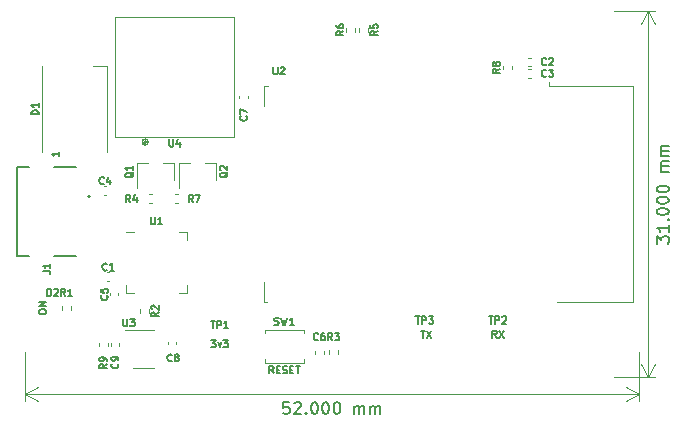
<source format=gto>
G04 #@! TF.GenerationSoftware,KiCad,Pcbnew,(5.1.9)-1*
G04 #@! TF.CreationDate,2021-04-20T13:04:08+03:00*
G04 #@! TF.ProjectId,ESP32_SCD40-D-R2,45535033-325f-4534-9344-34302d442d52,rev?*
G04 #@! TF.SameCoordinates,Original*
G04 #@! TF.FileFunction,Legend,Top*
G04 #@! TF.FilePolarity,Positive*
%FSLAX46Y46*%
G04 Gerber Fmt 4.6, Leading zero omitted, Abs format (unit mm)*
G04 Created by KiCad (PCBNEW (5.1.9)-1) date 2021-04-20 13:04:08*
%MOMM*%
%LPD*%
G01*
G04 APERTURE LIST*
%ADD10C,0.150000*%
%ADD11C,0.120000*%
%ADD12C,0.127000*%
%ADD13C,0.200000*%
%ADD14C,0.100000*%
G04 APERTURE END LIST*
D10*
X53522380Y-19690476D02*
X53522380Y-19071428D01*
X53903333Y-19404761D01*
X53903333Y-19261904D01*
X53950952Y-19166666D01*
X53998571Y-19119047D01*
X54093809Y-19071428D01*
X54331904Y-19071428D01*
X54427142Y-19119047D01*
X54474761Y-19166666D01*
X54522380Y-19261904D01*
X54522380Y-19547619D01*
X54474761Y-19642857D01*
X54427142Y-19690476D01*
X54522380Y-18119047D02*
X54522380Y-18690476D01*
X54522380Y-18404761D02*
X53522380Y-18404761D01*
X53665238Y-18500000D01*
X53760476Y-18595238D01*
X53808095Y-18690476D01*
X54427142Y-17690476D02*
X54474761Y-17642857D01*
X54522380Y-17690476D01*
X54474761Y-17738095D01*
X54427142Y-17690476D01*
X54522380Y-17690476D01*
X53522380Y-17023809D02*
X53522380Y-16928571D01*
X53570000Y-16833333D01*
X53617619Y-16785714D01*
X53712857Y-16738095D01*
X53903333Y-16690476D01*
X54141428Y-16690476D01*
X54331904Y-16738095D01*
X54427142Y-16785714D01*
X54474761Y-16833333D01*
X54522380Y-16928571D01*
X54522380Y-17023809D01*
X54474761Y-17119047D01*
X54427142Y-17166666D01*
X54331904Y-17214285D01*
X54141428Y-17261904D01*
X53903333Y-17261904D01*
X53712857Y-17214285D01*
X53617619Y-17166666D01*
X53570000Y-17119047D01*
X53522380Y-17023809D01*
X53522380Y-16071428D02*
X53522380Y-15976190D01*
X53570000Y-15880952D01*
X53617619Y-15833333D01*
X53712857Y-15785714D01*
X53903333Y-15738095D01*
X54141428Y-15738095D01*
X54331904Y-15785714D01*
X54427142Y-15833333D01*
X54474761Y-15880952D01*
X54522380Y-15976190D01*
X54522380Y-16071428D01*
X54474761Y-16166666D01*
X54427142Y-16214285D01*
X54331904Y-16261904D01*
X54141428Y-16309523D01*
X53903333Y-16309523D01*
X53712857Y-16261904D01*
X53617619Y-16214285D01*
X53570000Y-16166666D01*
X53522380Y-16071428D01*
X53522380Y-15119047D02*
X53522380Y-15023809D01*
X53570000Y-14928571D01*
X53617619Y-14880952D01*
X53712857Y-14833333D01*
X53903333Y-14785714D01*
X54141428Y-14785714D01*
X54331904Y-14833333D01*
X54427142Y-14880952D01*
X54474761Y-14928571D01*
X54522380Y-15023809D01*
X54522380Y-15119047D01*
X54474761Y-15214285D01*
X54427142Y-15261904D01*
X54331904Y-15309523D01*
X54141428Y-15357142D01*
X53903333Y-15357142D01*
X53712857Y-15309523D01*
X53617619Y-15261904D01*
X53570000Y-15214285D01*
X53522380Y-15119047D01*
X54522380Y-13595238D02*
X53855714Y-13595238D01*
X53950952Y-13595238D02*
X53903333Y-13547619D01*
X53855714Y-13452380D01*
X53855714Y-13309523D01*
X53903333Y-13214285D01*
X53998571Y-13166666D01*
X54522380Y-13166666D01*
X53998571Y-13166666D02*
X53903333Y-13119047D01*
X53855714Y-13023809D01*
X53855714Y-12880952D01*
X53903333Y-12785714D01*
X53998571Y-12738095D01*
X54522380Y-12738095D01*
X54522380Y-12261904D02*
X53855714Y-12261904D01*
X53950952Y-12261904D02*
X53903333Y-12214285D01*
X53855714Y-12119047D01*
X53855714Y-11976190D01*
X53903333Y-11880952D01*
X53998571Y-11833333D01*
X54522380Y-11833333D01*
X53998571Y-11833333D02*
X53903333Y-11785714D01*
X53855714Y-11690476D01*
X53855714Y-11547619D01*
X53903333Y-11452380D01*
X53998571Y-11404761D01*
X54522380Y-11404761D01*
D11*
X52800000Y-31000000D02*
X52800000Y0D01*
X49900000Y-31000000D02*
X53386421Y-31000000D01*
X49900000Y0D02*
X53386421Y0D01*
X52800000Y0D02*
X53386421Y-1126504D01*
X52800000Y0D02*
X52213579Y-1126504D01*
X52800000Y-31000000D02*
X53386421Y-29873496D01*
X52800000Y-31000000D02*
X52213579Y-29873496D01*
D10*
X22380952Y-33122380D02*
X21904761Y-33122380D01*
X21857142Y-33598571D01*
X21904761Y-33550952D01*
X22000000Y-33503333D01*
X22238095Y-33503333D01*
X22333333Y-33550952D01*
X22380952Y-33598571D01*
X22428571Y-33693809D01*
X22428571Y-33931904D01*
X22380952Y-34027142D01*
X22333333Y-34074761D01*
X22238095Y-34122380D01*
X22000000Y-34122380D01*
X21904761Y-34074761D01*
X21857142Y-34027142D01*
X22809523Y-33217619D02*
X22857142Y-33170000D01*
X22952380Y-33122380D01*
X23190476Y-33122380D01*
X23285714Y-33170000D01*
X23333333Y-33217619D01*
X23380952Y-33312857D01*
X23380952Y-33408095D01*
X23333333Y-33550952D01*
X22761904Y-34122380D01*
X23380952Y-34122380D01*
X23809523Y-34027142D02*
X23857142Y-34074761D01*
X23809523Y-34122380D01*
X23761904Y-34074761D01*
X23809523Y-34027142D01*
X23809523Y-34122380D01*
X24476190Y-33122380D02*
X24571428Y-33122380D01*
X24666666Y-33170000D01*
X24714285Y-33217619D01*
X24761904Y-33312857D01*
X24809523Y-33503333D01*
X24809523Y-33741428D01*
X24761904Y-33931904D01*
X24714285Y-34027142D01*
X24666666Y-34074761D01*
X24571428Y-34122380D01*
X24476190Y-34122380D01*
X24380952Y-34074761D01*
X24333333Y-34027142D01*
X24285714Y-33931904D01*
X24238095Y-33741428D01*
X24238095Y-33503333D01*
X24285714Y-33312857D01*
X24333333Y-33217619D01*
X24380952Y-33170000D01*
X24476190Y-33122380D01*
X25428571Y-33122380D02*
X25523809Y-33122380D01*
X25619047Y-33170000D01*
X25666666Y-33217619D01*
X25714285Y-33312857D01*
X25761904Y-33503333D01*
X25761904Y-33741428D01*
X25714285Y-33931904D01*
X25666666Y-34027142D01*
X25619047Y-34074761D01*
X25523809Y-34122380D01*
X25428571Y-34122380D01*
X25333333Y-34074761D01*
X25285714Y-34027142D01*
X25238095Y-33931904D01*
X25190476Y-33741428D01*
X25190476Y-33503333D01*
X25238095Y-33312857D01*
X25285714Y-33217619D01*
X25333333Y-33170000D01*
X25428571Y-33122380D01*
X26380952Y-33122380D02*
X26476190Y-33122380D01*
X26571428Y-33170000D01*
X26619047Y-33217619D01*
X26666666Y-33312857D01*
X26714285Y-33503333D01*
X26714285Y-33741428D01*
X26666666Y-33931904D01*
X26619047Y-34027142D01*
X26571428Y-34074761D01*
X26476190Y-34122380D01*
X26380952Y-34122380D01*
X26285714Y-34074761D01*
X26238095Y-34027142D01*
X26190476Y-33931904D01*
X26142857Y-33741428D01*
X26142857Y-33503333D01*
X26190476Y-33312857D01*
X26238095Y-33217619D01*
X26285714Y-33170000D01*
X26380952Y-33122380D01*
X27904761Y-34122380D02*
X27904761Y-33455714D01*
X27904761Y-33550952D02*
X27952380Y-33503333D01*
X28047619Y-33455714D01*
X28190476Y-33455714D01*
X28285714Y-33503333D01*
X28333333Y-33598571D01*
X28333333Y-34122380D01*
X28333333Y-33598571D02*
X28380952Y-33503333D01*
X28476190Y-33455714D01*
X28619047Y-33455714D01*
X28714285Y-33503333D01*
X28761904Y-33598571D01*
X28761904Y-34122380D01*
X29238095Y-34122380D02*
X29238095Y-33455714D01*
X29238095Y-33550952D02*
X29285714Y-33503333D01*
X29380952Y-33455714D01*
X29523809Y-33455714D01*
X29619047Y-33503333D01*
X29666666Y-33598571D01*
X29666666Y-34122380D01*
X29666666Y-33598571D02*
X29714285Y-33503333D01*
X29809523Y-33455714D01*
X29952380Y-33455714D01*
X30047619Y-33503333D01*
X30095238Y-33598571D01*
X30095238Y-34122380D01*
D11*
X0Y-32400000D02*
X52000000Y-32400000D01*
X0Y-28900000D02*
X0Y-32986421D01*
X52000000Y-28900000D02*
X52000000Y-32986421D01*
X52000000Y-32400000D02*
X50873496Y-32986421D01*
X52000000Y-32400000D02*
X50873496Y-31813579D01*
X0Y-32400000D02*
X1126504Y-32986421D01*
X0Y-32400000D02*
X1126504Y-31813579D01*
G04 #@! TO.C,U2*
X44420000Y-6390000D02*
X44420000Y-6000000D01*
X45080000Y-24630000D02*
X51500000Y-24630000D01*
X44420000Y-6390000D02*
X51500000Y-6375000D01*
X51500000Y-6375000D02*
X51500000Y-24630000D01*
X20510000Y-24620000D02*
X20250000Y-24620000D01*
X20250000Y-24620000D02*
X20250000Y-22960000D01*
X20610000Y-6380000D02*
X20250000Y-6380000D01*
X20250000Y-6380000D02*
X20250000Y-8040000D01*
G04 #@! TO.C,U4*
X10482843Y-11100000D02*
G75*
G03*
X10482843Y-11100000I-282843J0D01*
G01*
X10300000Y-11100000D02*
G75*
G03*
X10300000Y-11100000I-100000J0D01*
G01*
X10341421Y-11100000D02*
G75*
G03*
X10341421Y-11100000I-141421J0D01*
G01*
X10423607Y-11100000D02*
G75*
G03*
X10423607Y-11100000I-223607J0D01*
G01*
X7650000Y-10650000D02*
X17750000Y-10650000D01*
X7650000Y-550000D02*
X7650000Y-10650000D01*
X17750000Y-550000D02*
X7650000Y-550000D01*
X17750000Y-10650000D02*
X17750000Y-550000D01*
G04 #@! TO.C,U3*
X10950000Y-26990000D02*
X8500000Y-26990000D01*
X9150000Y-30210000D02*
X10950000Y-30210000D01*
G04 #@! TO.C,U1*
X9265000Y-18690000D02*
X8540000Y-18690000D01*
X13760000Y-23910000D02*
X13760000Y-23185000D01*
X13035000Y-23910000D02*
X13760000Y-23910000D01*
X8540000Y-23910000D02*
X8540000Y-23185000D01*
X9265000Y-23910000D02*
X8540000Y-23910000D01*
X13760000Y-18690000D02*
X13760000Y-19415000D01*
X13035000Y-18690000D02*
X13760000Y-18690000D01*
G04 #@! TO.C,SW1*
X23600000Y-27000000D02*
X23600000Y-27300000D01*
X20300000Y-27000000D02*
X23600000Y-27000000D01*
X20300000Y-27300000D02*
X20300000Y-27000000D01*
X23600000Y-29800000D02*
X23600000Y-29500000D01*
X20300000Y-29800000D02*
X23600000Y-29800000D01*
X20300000Y-29500000D02*
X20300000Y-29800000D01*
G04 #@! TO.C,R9*
X6270000Y-28096359D02*
X6270000Y-28403641D01*
X7030000Y-28096359D02*
X7030000Y-28403641D01*
G04 #@! TO.C,R8*
X41230000Y-4943641D02*
X41230000Y-4636359D01*
X40470000Y-4943641D02*
X40470000Y-4636359D01*
G04 #@! TO.C,R7*
X12993641Y-15520000D02*
X12686359Y-15520000D01*
X12993641Y-16280000D02*
X12686359Y-16280000D01*
G04 #@! TO.C,R6*
X27980000Y-1753641D02*
X27980000Y-1446359D01*
X27220000Y-1753641D02*
X27220000Y-1446359D01*
G04 #@! TO.C,R5*
X29080000Y-1743641D02*
X29080000Y-1436359D01*
X28320000Y-1743641D02*
X28320000Y-1436359D01*
G04 #@! TO.C,R4*
X10496359Y-16280000D02*
X10803641Y-16280000D01*
X10496359Y-15520000D02*
X10803641Y-15520000D01*
G04 #@! TO.C,R3*
X25770000Y-28746359D02*
X25770000Y-29053641D01*
X26530000Y-28746359D02*
X26530000Y-29053641D01*
G04 #@! TO.C,R2*
X9770000Y-25246359D02*
X9770000Y-25553641D01*
X10530000Y-25246359D02*
X10530000Y-25553641D01*
G04 #@! TO.C,R1*
X3930000Y-25303641D02*
X3930000Y-24996359D01*
X3170000Y-25303641D02*
X3170000Y-24996359D01*
G04 #@! TO.C,Q2*
X16230000Y-12840000D02*
X16230000Y-14300000D01*
X13070000Y-12840000D02*
X13070000Y-15000000D01*
X13070000Y-12840000D02*
X14000000Y-12840000D01*
X16230000Y-12840000D02*
X15300000Y-12840000D01*
G04 #@! TO.C,Q1*
X12630000Y-12840000D02*
X12630000Y-14300000D01*
X9470000Y-12840000D02*
X9470000Y-15000000D01*
X9470000Y-12840000D02*
X10400000Y-12840000D01*
X12630000Y-12840000D02*
X11700000Y-12840000D01*
D12*
G04 #@! TO.C,J1*
X-650000Y-13250000D02*
X400000Y-13250000D01*
X-650000Y-20750000D02*
X-650000Y-13250000D01*
X400000Y-20750000D02*
X-650000Y-20750000D01*
D13*
X5550000Y-15700000D02*
G75*
G03*
X5550000Y-15700000I-100000J0D01*
G01*
D12*
X4350000Y-20750000D02*
X2500000Y-20750000D01*
X2500000Y-13250000D02*
X4350000Y-13250000D01*
D14*
G04 #@! TO.C,D2*
X2400000Y-26240000D02*
G75*
G03*
X2400000Y-26240000I-50000J0D01*
G01*
D11*
G04 #@! TO.C,D1*
X6950000Y-4650000D02*
X5800000Y-4650000D01*
X6950000Y-11950000D02*
X6950000Y-4650000D01*
X1450000Y-11950000D02*
X1450000Y-4650000D01*
G04 #@! TO.C,C9*
X7290000Y-28142164D02*
X7290000Y-28357836D01*
X8010000Y-28142164D02*
X8010000Y-28357836D01*
G04 #@! TO.C,C8*
X12090000Y-27992164D02*
X12090000Y-28207836D01*
X12810000Y-27992164D02*
X12810000Y-28207836D01*
G04 #@! TO.C,C7*
X18860000Y-7407836D02*
X18860000Y-7192164D01*
X18140000Y-7407836D02*
X18140000Y-7192164D01*
G04 #@! TO.C,C6*
X24590000Y-28792164D02*
X24590000Y-29007836D01*
X25310000Y-28792164D02*
X25310000Y-29007836D01*
G04 #@! TO.C,C5*
X7190000Y-23872164D02*
X7190000Y-24087836D01*
X7910000Y-23872164D02*
X7910000Y-24087836D01*
G04 #@! TO.C,C4*
X6692164Y-15560000D02*
X6907836Y-15560000D01*
X6692164Y-14840000D02*
X6907836Y-14840000D01*
G04 #@! TO.C,C3*
X42642164Y-5660000D02*
X42857836Y-5660000D01*
X42642164Y-4940000D02*
X42857836Y-4940000D01*
G04 #@! TO.C,C2*
X42622164Y-4660000D02*
X42837836Y-4660000D01*
X42622164Y-3940000D02*
X42837836Y-3940000D01*
G04 #@! TO.C,C1*
X6942164Y-22860000D02*
X7157836Y-22860000D01*
X6942164Y-22140000D02*
X7157836Y-22140000D01*
G04 #@! TO.C,U2*
D10*
X21055542Y-4756171D02*
X21055542Y-5249657D01*
X21084571Y-5307714D01*
X21113600Y-5336742D01*
X21171657Y-5365771D01*
X21287771Y-5365771D01*
X21345828Y-5336742D01*
X21374857Y-5307714D01*
X21403885Y-5249657D01*
X21403885Y-4756171D01*
X21665142Y-4814228D02*
X21694171Y-4785200D01*
X21752228Y-4756171D01*
X21897371Y-4756171D01*
X21955428Y-4785200D01*
X21984457Y-4814228D01*
X22013485Y-4872285D01*
X22013485Y-4930342D01*
X21984457Y-5017428D01*
X21636114Y-5365771D01*
X22013485Y-5365771D01*
G04 #@! TO.C,U4*
X12235542Y-10866171D02*
X12235542Y-11359657D01*
X12264571Y-11417714D01*
X12293600Y-11446742D01*
X12351657Y-11475771D01*
X12467771Y-11475771D01*
X12525828Y-11446742D01*
X12554857Y-11417714D01*
X12583885Y-11359657D01*
X12583885Y-10866171D01*
X13135428Y-11069371D02*
X13135428Y-11475771D01*
X12990285Y-10837142D02*
X12845142Y-11272571D01*
X13222514Y-11272571D01*
G04 #@! TO.C,U3*
X8335542Y-26066171D02*
X8335542Y-26559657D01*
X8364571Y-26617714D01*
X8393600Y-26646742D01*
X8451657Y-26675771D01*
X8567771Y-26675771D01*
X8625828Y-26646742D01*
X8654857Y-26617714D01*
X8683885Y-26559657D01*
X8683885Y-26066171D01*
X8916114Y-26066171D02*
X9293485Y-26066171D01*
X9090285Y-26298400D01*
X9177371Y-26298400D01*
X9235428Y-26327428D01*
X9264457Y-26356457D01*
X9293485Y-26414514D01*
X9293485Y-26559657D01*
X9264457Y-26617714D01*
X9235428Y-26646742D01*
X9177371Y-26675771D01*
X9003200Y-26675771D01*
X8945142Y-26646742D01*
X8916114Y-26617714D01*
G04 #@! TO.C,U1*
X10685542Y-17466171D02*
X10685542Y-17959657D01*
X10714571Y-18017714D01*
X10743600Y-18046742D01*
X10801657Y-18075771D01*
X10917771Y-18075771D01*
X10975828Y-18046742D01*
X11004857Y-18017714D01*
X11033885Y-17959657D01*
X11033885Y-17466171D01*
X11643485Y-18075771D02*
X11295142Y-18075771D01*
X11469314Y-18075771D02*
X11469314Y-17466171D01*
X11411257Y-17553257D01*
X11353200Y-17611314D01*
X11295142Y-17640342D01*
G04 #@! TO.C,TP3*
D12*
X33080742Y-25866171D02*
X33429085Y-25866171D01*
X33254914Y-26475771D02*
X33254914Y-25866171D01*
X33632285Y-26475771D02*
X33632285Y-25866171D01*
X33864514Y-25866171D01*
X33922571Y-25895200D01*
X33951600Y-25924228D01*
X33980628Y-25982285D01*
X33980628Y-26069371D01*
X33951600Y-26127428D01*
X33922571Y-26156457D01*
X33864514Y-26185485D01*
X33632285Y-26185485D01*
X34183828Y-25866171D02*
X34561200Y-25866171D01*
X34358000Y-26098400D01*
X34445085Y-26098400D01*
X34503142Y-26127428D01*
X34532171Y-26156457D01*
X34561200Y-26214514D01*
X34561200Y-26359657D01*
X34532171Y-26417714D01*
X34503142Y-26446742D01*
X34445085Y-26475771D01*
X34270914Y-26475771D01*
X34212857Y-26446742D01*
X34183828Y-26417714D01*
X33535542Y-27116171D02*
X33883885Y-27116171D01*
X33709714Y-27725771D02*
X33709714Y-27116171D01*
X34029028Y-27116171D02*
X34435428Y-27725771D01*
X34435428Y-27116171D02*
X34029028Y-27725771D01*
G04 #@! TO.C,TP2*
X39280742Y-25866171D02*
X39629085Y-25866171D01*
X39454914Y-26475771D02*
X39454914Y-25866171D01*
X39832285Y-26475771D02*
X39832285Y-25866171D01*
X40064514Y-25866171D01*
X40122571Y-25895200D01*
X40151600Y-25924228D01*
X40180628Y-25982285D01*
X40180628Y-26069371D01*
X40151600Y-26127428D01*
X40122571Y-26156457D01*
X40064514Y-26185485D01*
X39832285Y-26185485D01*
X40412857Y-25924228D02*
X40441885Y-25895200D01*
X40499942Y-25866171D01*
X40645085Y-25866171D01*
X40703142Y-25895200D01*
X40732171Y-25924228D01*
X40761200Y-25982285D01*
X40761200Y-26040342D01*
X40732171Y-26127428D01*
X40383828Y-26475771D01*
X40761200Y-26475771D01*
X39948400Y-27675771D02*
X39745200Y-27385485D01*
X39600057Y-27675771D02*
X39600057Y-27066171D01*
X39832285Y-27066171D01*
X39890342Y-27095200D01*
X39919371Y-27124228D01*
X39948400Y-27182285D01*
X39948400Y-27269371D01*
X39919371Y-27327428D01*
X39890342Y-27356457D01*
X39832285Y-27385485D01*
X39600057Y-27385485D01*
X40151600Y-27066171D02*
X40558000Y-27675771D01*
X40558000Y-27066171D02*
X40151600Y-27675771D01*
G04 #@! TO.C,TP1*
X15730742Y-26266171D02*
X16079085Y-26266171D01*
X15904914Y-26875771D02*
X15904914Y-26266171D01*
X16282285Y-26875771D02*
X16282285Y-26266171D01*
X16514514Y-26266171D01*
X16572571Y-26295200D01*
X16601600Y-26324228D01*
X16630628Y-26382285D01*
X16630628Y-26469371D01*
X16601600Y-26527428D01*
X16572571Y-26556457D01*
X16514514Y-26585485D01*
X16282285Y-26585485D01*
X17211200Y-26875771D02*
X16862857Y-26875771D01*
X17037028Y-26875771D02*
X17037028Y-26266171D01*
X16978971Y-26353257D01*
X16920914Y-26411314D01*
X16862857Y-26440342D01*
X15774285Y-27866171D02*
X16151657Y-27866171D01*
X15948457Y-28098400D01*
X16035542Y-28098400D01*
X16093600Y-28127428D01*
X16122628Y-28156457D01*
X16151657Y-28214514D01*
X16151657Y-28359657D01*
X16122628Y-28417714D01*
X16093600Y-28446742D01*
X16035542Y-28475771D01*
X15861371Y-28475771D01*
X15803314Y-28446742D01*
X15774285Y-28417714D01*
X16354857Y-28069371D02*
X16500000Y-28475771D01*
X16645142Y-28069371D01*
X16819314Y-27866171D02*
X17196685Y-27866171D01*
X16993485Y-28098400D01*
X17080571Y-28098400D01*
X17138628Y-28127428D01*
X17167657Y-28156457D01*
X17196685Y-28214514D01*
X17196685Y-28359657D01*
X17167657Y-28417714D01*
X17138628Y-28446742D01*
X17080571Y-28475771D01*
X16906400Y-28475771D01*
X16848342Y-28446742D01*
X16819314Y-28417714D01*
G04 #@! TO.C,SW1*
D10*
X21137200Y-26546742D02*
X21224285Y-26575771D01*
X21369428Y-26575771D01*
X21427485Y-26546742D01*
X21456514Y-26517714D01*
X21485542Y-26459657D01*
X21485542Y-26401600D01*
X21456514Y-26343542D01*
X21427485Y-26314514D01*
X21369428Y-26285485D01*
X21253314Y-26256457D01*
X21195257Y-26227428D01*
X21166228Y-26198400D01*
X21137200Y-26140342D01*
X21137200Y-26082285D01*
X21166228Y-26024228D01*
X21195257Y-25995200D01*
X21253314Y-25966171D01*
X21398457Y-25966171D01*
X21485542Y-25995200D01*
X21688742Y-25966171D02*
X21833885Y-26575771D01*
X21950000Y-26140342D01*
X22066114Y-26575771D01*
X22211257Y-25966171D01*
X22762800Y-26575771D02*
X22414457Y-26575771D01*
X22588628Y-26575771D02*
X22588628Y-25966171D01*
X22530571Y-26053257D01*
X22472514Y-26111314D01*
X22414457Y-26140342D01*
X21064628Y-30675771D02*
X20861428Y-30385485D01*
X20716285Y-30675771D02*
X20716285Y-30066171D01*
X20948514Y-30066171D01*
X21006571Y-30095200D01*
X21035600Y-30124228D01*
X21064628Y-30182285D01*
X21064628Y-30269371D01*
X21035600Y-30327428D01*
X21006571Y-30356457D01*
X20948514Y-30385485D01*
X20716285Y-30385485D01*
X21325885Y-30356457D02*
X21529085Y-30356457D01*
X21616171Y-30675771D02*
X21325885Y-30675771D01*
X21325885Y-30066171D01*
X21616171Y-30066171D01*
X21848400Y-30646742D02*
X21935485Y-30675771D01*
X22080628Y-30675771D01*
X22138685Y-30646742D01*
X22167714Y-30617714D01*
X22196742Y-30559657D01*
X22196742Y-30501600D01*
X22167714Y-30443542D01*
X22138685Y-30414514D01*
X22080628Y-30385485D01*
X21964514Y-30356457D01*
X21906457Y-30327428D01*
X21877428Y-30298400D01*
X21848400Y-30240342D01*
X21848400Y-30182285D01*
X21877428Y-30124228D01*
X21906457Y-30095200D01*
X21964514Y-30066171D01*
X22109657Y-30066171D01*
X22196742Y-30095200D01*
X22458000Y-30356457D02*
X22661200Y-30356457D01*
X22748285Y-30675771D02*
X22458000Y-30675771D01*
X22458000Y-30066171D01*
X22748285Y-30066171D01*
X22922457Y-30066171D02*
X23270800Y-30066171D01*
X23096628Y-30675771D02*
X23096628Y-30066171D01*
G04 #@! TO.C,R9*
X6925771Y-29901600D02*
X6635485Y-30104800D01*
X6925771Y-30249942D02*
X6316171Y-30249942D01*
X6316171Y-30017714D01*
X6345200Y-29959657D01*
X6374228Y-29930628D01*
X6432285Y-29901600D01*
X6519371Y-29901600D01*
X6577428Y-29930628D01*
X6606457Y-29959657D01*
X6635485Y-30017714D01*
X6635485Y-30249942D01*
X6925771Y-29611314D02*
X6925771Y-29495200D01*
X6896742Y-29437142D01*
X6867714Y-29408114D01*
X6780628Y-29350057D01*
X6664514Y-29321028D01*
X6432285Y-29321028D01*
X6374228Y-29350057D01*
X6345200Y-29379085D01*
X6316171Y-29437142D01*
X6316171Y-29553257D01*
X6345200Y-29611314D01*
X6374228Y-29640342D01*
X6432285Y-29669371D01*
X6577428Y-29669371D01*
X6635485Y-29640342D01*
X6664514Y-29611314D01*
X6693542Y-29553257D01*
X6693542Y-29437142D01*
X6664514Y-29379085D01*
X6635485Y-29350057D01*
X6577428Y-29321028D01*
G04 #@! TO.C,R8*
X40225771Y-4901600D02*
X39935485Y-5104800D01*
X40225771Y-5249942D02*
X39616171Y-5249942D01*
X39616171Y-5017714D01*
X39645200Y-4959657D01*
X39674228Y-4930628D01*
X39732285Y-4901600D01*
X39819371Y-4901600D01*
X39877428Y-4930628D01*
X39906457Y-4959657D01*
X39935485Y-5017714D01*
X39935485Y-5249942D01*
X39877428Y-4553257D02*
X39848400Y-4611314D01*
X39819371Y-4640342D01*
X39761314Y-4669371D01*
X39732285Y-4669371D01*
X39674228Y-4640342D01*
X39645200Y-4611314D01*
X39616171Y-4553257D01*
X39616171Y-4437142D01*
X39645200Y-4379085D01*
X39674228Y-4350057D01*
X39732285Y-4321028D01*
X39761314Y-4321028D01*
X39819371Y-4350057D01*
X39848400Y-4379085D01*
X39877428Y-4437142D01*
X39877428Y-4553257D01*
X39906457Y-4611314D01*
X39935485Y-4640342D01*
X39993542Y-4669371D01*
X40109657Y-4669371D01*
X40167714Y-4640342D01*
X40196742Y-4611314D01*
X40225771Y-4553257D01*
X40225771Y-4437142D01*
X40196742Y-4379085D01*
X40167714Y-4350057D01*
X40109657Y-4321028D01*
X39993542Y-4321028D01*
X39935485Y-4350057D01*
X39906457Y-4379085D01*
X39877428Y-4437142D01*
G04 #@! TO.C,R7*
X14248400Y-16175771D02*
X14045200Y-15885485D01*
X13900057Y-16175771D02*
X13900057Y-15566171D01*
X14132285Y-15566171D01*
X14190342Y-15595200D01*
X14219371Y-15624228D01*
X14248400Y-15682285D01*
X14248400Y-15769371D01*
X14219371Y-15827428D01*
X14190342Y-15856457D01*
X14132285Y-15885485D01*
X13900057Y-15885485D01*
X14451600Y-15566171D02*
X14858000Y-15566171D01*
X14596742Y-16175771D01*
G04 #@! TO.C,R6*
X26975771Y-1701600D02*
X26685485Y-1904800D01*
X26975771Y-2049942D02*
X26366171Y-2049942D01*
X26366171Y-1817714D01*
X26395200Y-1759657D01*
X26424228Y-1730628D01*
X26482285Y-1701600D01*
X26569371Y-1701600D01*
X26627428Y-1730628D01*
X26656457Y-1759657D01*
X26685485Y-1817714D01*
X26685485Y-2049942D01*
X26366171Y-1179085D02*
X26366171Y-1295200D01*
X26395200Y-1353257D01*
X26424228Y-1382285D01*
X26511314Y-1440342D01*
X26627428Y-1469371D01*
X26859657Y-1469371D01*
X26917714Y-1440342D01*
X26946742Y-1411314D01*
X26975771Y-1353257D01*
X26975771Y-1237142D01*
X26946742Y-1179085D01*
X26917714Y-1150057D01*
X26859657Y-1121028D01*
X26714514Y-1121028D01*
X26656457Y-1150057D01*
X26627428Y-1179085D01*
X26598400Y-1237142D01*
X26598400Y-1353257D01*
X26627428Y-1411314D01*
X26656457Y-1440342D01*
X26714514Y-1469371D01*
G04 #@! TO.C,R5*
X29875771Y-1701600D02*
X29585485Y-1904800D01*
X29875771Y-2049942D02*
X29266171Y-2049942D01*
X29266171Y-1817714D01*
X29295200Y-1759657D01*
X29324228Y-1730628D01*
X29382285Y-1701600D01*
X29469371Y-1701600D01*
X29527428Y-1730628D01*
X29556457Y-1759657D01*
X29585485Y-1817714D01*
X29585485Y-2049942D01*
X29266171Y-1150057D02*
X29266171Y-1440342D01*
X29556457Y-1469371D01*
X29527428Y-1440342D01*
X29498400Y-1382285D01*
X29498400Y-1237142D01*
X29527428Y-1179085D01*
X29556457Y-1150057D01*
X29614514Y-1121028D01*
X29759657Y-1121028D01*
X29817714Y-1150057D01*
X29846742Y-1179085D01*
X29875771Y-1237142D01*
X29875771Y-1382285D01*
X29846742Y-1440342D01*
X29817714Y-1469371D01*
G04 #@! TO.C,R4*
X8948400Y-16175771D02*
X8745200Y-15885485D01*
X8600057Y-16175771D02*
X8600057Y-15566171D01*
X8832285Y-15566171D01*
X8890342Y-15595200D01*
X8919371Y-15624228D01*
X8948400Y-15682285D01*
X8948400Y-15769371D01*
X8919371Y-15827428D01*
X8890342Y-15856457D01*
X8832285Y-15885485D01*
X8600057Y-15885485D01*
X9470914Y-15769371D02*
X9470914Y-16175771D01*
X9325771Y-15537142D02*
X9180628Y-15972571D01*
X9558000Y-15972571D01*
G04 #@! TO.C,R3*
X26048400Y-27875771D02*
X25845200Y-27585485D01*
X25700057Y-27875771D02*
X25700057Y-27266171D01*
X25932285Y-27266171D01*
X25990342Y-27295200D01*
X26019371Y-27324228D01*
X26048400Y-27382285D01*
X26048400Y-27469371D01*
X26019371Y-27527428D01*
X25990342Y-27556457D01*
X25932285Y-27585485D01*
X25700057Y-27585485D01*
X26251600Y-27266171D02*
X26628971Y-27266171D01*
X26425771Y-27498400D01*
X26512857Y-27498400D01*
X26570914Y-27527428D01*
X26599942Y-27556457D01*
X26628971Y-27614514D01*
X26628971Y-27759657D01*
X26599942Y-27817714D01*
X26570914Y-27846742D01*
X26512857Y-27875771D01*
X26338685Y-27875771D01*
X26280628Y-27846742D01*
X26251600Y-27817714D01*
G04 #@! TO.C,R2*
X11325771Y-25501600D02*
X11035485Y-25704800D01*
X11325771Y-25849942D02*
X10716171Y-25849942D01*
X10716171Y-25617714D01*
X10745200Y-25559657D01*
X10774228Y-25530628D01*
X10832285Y-25501600D01*
X10919371Y-25501600D01*
X10977428Y-25530628D01*
X11006457Y-25559657D01*
X11035485Y-25617714D01*
X11035485Y-25849942D01*
X10774228Y-25269371D02*
X10745200Y-25240342D01*
X10716171Y-25182285D01*
X10716171Y-25037142D01*
X10745200Y-24979085D01*
X10774228Y-24950057D01*
X10832285Y-24921028D01*
X10890342Y-24921028D01*
X10977428Y-24950057D01*
X11325771Y-25298400D01*
X11325771Y-24921028D01*
G04 #@! TO.C,R1*
X3448400Y-24125771D02*
X3245200Y-23835485D01*
X3100057Y-24125771D02*
X3100057Y-23516171D01*
X3332285Y-23516171D01*
X3390342Y-23545200D01*
X3419371Y-23574228D01*
X3448400Y-23632285D01*
X3448400Y-23719371D01*
X3419371Y-23777428D01*
X3390342Y-23806457D01*
X3332285Y-23835485D01*
X3100057Y-23835485D01*
X4028971Y-24125771D02*
X3680628Y-24125771D01*
X3854800Y-24125771D02*
X3854800Y-23516171D01*
X3796742Y-23603257D01*
X3738685Y-23661314D01*
X3680628Y-23690342D01*
G04 #@! TO.C,Q2*
X17183828Y-13658057D02*
X17154800Y-13716114D01*
X17096742Y-13774171D01*
X17009657Y-13861257D01*
X16980628Y-13919314D01*
X16980628Y-13977371D01*
X17125771Y-13948342D02*
X17096742Y-14006400D01*
X17038685Y-14064457D01*
X16922571Y-14093485D01*
X16719371Y-14093485D01*
X16603257Y-14064457D01*
X16545200Y-14006400D01*
X16516171Y-13948342D01*
X16516171Y-13832228D01*
X16545200Y-13774171D01*
X16603257Y-13716114D01*
X16719371Y-13687085D01*
X16922571Y-13687085D01*
X17038685Y-13716114D01*
X17096742Y-13774171D01*
X17125771Y-13832228D01*
X17125771Y-13948342D01*
X16574228Y-13454857D02*
X16545200Y-13425828D01*
X16516171Y-13367771D01*
X16516171Y-13222628D01*
X16545200Y-13164571D01*
X16574228Y-13135542D01*
X16632285Y-13106514D01*
X16690342Y-13106514D01*
X16777428Y-13135542D01*
X17125771Y-13483885D01*
X17125771Y-13106514D01*
G04 #@! TO.C,Q1*
X9183828Y-13658057D02*
X9154800Y-13716114D01*
X9096742Y-13774171D01*
X9009657Y-13861257D01*
X8980628Y-13919314D01*
X8980628Y-13977371D01*
X9125771Y-13948342D02*
X9096742Y-14006400D01*
X9038685Y-14064457D01*
X8922571Y-14093485D01*
X8719371Y-14093485D01*
X8603257Y-14064457D01*
X8545200Y-14006400D01*
X8516171Y-13948342D01*
X8516171Y-13832228D01*
X8545200Y-13774171D01*
X8603257Y-13716114D01*
X8719371Y-13687085D01*
X8922571Y-13687085D01*
X9038685Y-13716114D01*
X9096742Y-13774171D01*
X9125771Y-13832228D01*
X9125771Y-13948342D01*
X9125771Y-13106514D02*
X9125771Y-13454857D01*
X9125771Y-13280685D02*
X8516171Y-13280685D01*
X8603257Y-13338742D01*
X8661314Y-13396800D01*
X8690342Y-13454857D01*
G04 #@! TO.C,J1*
X1566171Y-22003200D02*
X2001600Y-22003200D01*
X2088685Y-22032228D01*
X2146742Y-22090285D01*
X2175771Y-22177371D01*
X2175771Y-22235428D01*
X2175771Y-21393600D02*
X2175771Y-21741942D01*
X2175771Y-21567771D02*
X1566171Y-21567771D01*
X1653257Y-21625828D01*
X1711314Y-21683885D01*
X1740342Y-21741942D01*
G04 #@! TO.C,D2*
X1900057Y-24125771D02*
X1900057Y-23516171D01*
X2045200Y-23516171D01*
X2132285Y-23545200D01*
X2190342Y-23603257D01*
X2219371Y-23661314D01*
X2248400Y-23777428D01*
X2248400Y-23864514D01*
X2219371Y-23980628D01*
X2190342Y-24038685D01*
X2132285Y-24096742D01*
X2045200Y-24125771D01*
X1900057Y-24125771D01*
X2480628Y-23574228D02*
X2509657Y-23545200D01*
X2567714Y-23516171D01*
X2712857Y-23516171D01*
X2770914Y-23545200D01*
X2799942Y-23574228D01*
X2828971Y-23632285D01*
X2828971Y-23690342D01*
X2799942Y-23777428D01*
X2451600Y-24125771D01*
X2828971Y-24125771D01*
X1216171Y-25527371D02*
X1216171Y-25411257D01*
X1245200Y-25353200D01*
X1303257Y-25295142D01*
X1419371Y-25266114D01*
X1622571Y-25266114D01*
X1738685Y-25295142D01*
X1796742Y-25353200D01*
X1825771Y-25411257D01*
X1825771Y-25527371D01*
X1796742Y-25585428D01*
X1738685Y-25643485D01*
X1622571Y-25672514D01*
X1419371Y-25672514D01*
X1303257Y-25643485D01*
X1245200Y-25585428D01*
X1216171Y-25527371D01*
X1825771Y-25004857D02*
X1216171Y-25004857D01*
X1825771Y-24656514D01*
X1216171Y-24656514D01*
G04 #@! TO.C,D1*
X1175771Y-8749942D02*
X566171Y-8749942D01*
X566171Y-8604800D01*
X595200Y-8517714D01*
X653257Y-8459657D01*
X711314Y-8430628D01*
X827428Y-8401600D01*
X914514Y-8401600D01*
X1030628Y-8430628D01*
X1088685Y-8459657D01*
X1146742Y-8517714D01*
X1175771Y-8604800D01*
X1175771Y-8749942D01*
X1175771Y-7821028D02*
X1175771Y-8169371D01*
X1175771Y-7995200D02*
X566171Y-7995200D01*
X653257Y-8053257D01*
X711314Y-8111314D01*
X740342Y-8169371D01*
X2875771Y-11925828D02*
X2875771Y-12274171D01*
X2875771Y-12100000D02*
X2266171Y-12100000D01*
X2353257Y-12158057D01*
X2411314Y-12216114D01*
X2440342Y-12274171D01*
G04 #@! TO.C,C9*
X7867714Y-29851600D02*
X7896742Y-29880628D01*
X7925771Y-29967714D01*
X7925771Y-30025771D01*
X7896742Y-30112857D01*
X7838685Y-30170914D01*
X7780628Y-30199942D01*
X7664514Y-30228971D01*
X7577428Y-30228971D01*
X7461314Y-30199942D01*
X7403257Y-30170914D01*
X7345200Y-30112857D01*
X7316171Y-30025771D01*
X7316171Y-29967714D01*
X7345200Y-29880628D01*
X7374228Y-29851600D01*
X7925771Y-29561314D02*
X7925771Y-29445200D01*
X7896742Y-29387142D01*
X7867714Y-29358114D01*
X7780628Y-29300057D01*
X7664514Y-29271028D01*
X7432285Y-29271028D01*
X7374228Y-29300057D01*
X7345200Y-29329085D01*
X7316171Y-29387142D01*
X7316171Y-29503257D01*
X7345200Y-29561314D01*
X7374228Y-29590342D01*
X7432285Y-29619371D01*
X7577428Y-29619371D01*
X7635485Y-29590342D01*
X7664514Y-29561314D01*
X7693542Y-29503257D01*
X7693542Y-29387142D01*
X7664514Y-29329085D01*
X7635485Y-29300057D01*
X7577428Y-29271028D01*
G04 #@! TO.C,C8*
X12448400Y-29617714D02*
X12419371Y-29646742D01*
X12332285Y-29675771D01*
X12274228Y-29675771D01*
X12187142Y-29646742D01*
X12129085Y-29588685D01*
X12100057Y-29530628D01*
X12071028Y-29414514D01*
X12071028Y-29327428D01*
X12100057Y-29211314D01*
X12129085Y-29153257D01*
X12187142Y-29095200D01*
X12274228Y-29066171D01*
X12332285Y-29066171D01*
X12419371Y-29095200D01*
X12448400Y-29124228D01*
X12796742Y-29327428D02*
X12738685Y-29298400D01*
X12709657Y-29269371D01*
X12680628Y-29211314D01*
X12680628Y-29182285D01*
X12709657Y-29124228D01*
X12738685Y-29095200D01*
X12796742Y-29066171D01*
X12912857Y-29066171D01*
X12970914Y-29095200D01*
X12999942Y-29124228D01*
X13028971Y-29182285D01*
X13028971Y-29211314D01*
X12999942Y-29269371D01*
X12970914Y-29298400D01*
X12912857Y-29327428D01*
X12796742Y-29327428D01*
X12738685Y-29356457D01*
X12709657Y-29385485D01*
X12680628Y-29443542D01*
X12680628Y-29559657D01*
X12709657Y-29617714D01*
X12738685Y-29646742D01*
X12796742Y-29675771D01*
X12912857Y-29675771D01*
X12970914Y-29646742D01*
X12999942Y-29617714D01*
X13028971Y-29559657D01*
X13028971Y-29443542D01*
X12999942Y-29385485D01*
X12970914Y-29356457D01*
X12912857Y-29327428D01*
G04 #@! TO.C,C7*
X18767714Y-8901600D02*
X18796742Y-8930628D01*
X18825771Y-9017714D01*
X18825771Y-9075771D01*
X18796742Y-9162857D01*
X18738685Y-9220914D01*
X18680628Y-9249942D01*
X18564514Y-9278971D01*
X18477428Y-9278971D01*
X18361314Y-9249942D01*
X18303257Y-9220914D01*
X18245200Y-9162857D01*
X18216171Y-9075771D01*
X18216171Y-9017714D01*
X18245200Y-8930628D01*
X18274228Y-8901600D01*
X18216171Y-8698400D02*
X18216171Y-8292000D01*
X18825771Y-8553257D01*
G04 #@! TO.C,C6*
X24848400Y-27817714D02*
X24819371Y-27846742D01*
X24732285Y-27875771D01*
X24674228Y-27875771D01*
X24587142Y-27846742D01*
X24529085Y-27788685D01*
X24500057Y-27730628D01*
X24471028Y-27614514D01*
X24471028Y-27527428D01*
X24500057Y-27411314D01*
X24529085Y-27353257D01*
X24587142Y-27295200D01*
X24674228Y-27266171D01*
X24732285Y-27266171D01*
X24819371Y-27295200D01*
X24848400Y-27324228D01*
X25370914Y-27266171D02*
X25254800Y-27266171D01*
X25196742Y-27295200D01*
X25167714Y-27324228D01*
X25109657Y-27411314D01*
X25080628Y-27527428D01*
X25080628Y-27759657D01*
X25109657Y-27817714D01*
X25138685Y-27846742D01*
X25196742Y-27875771D01*
X25312857Y-27875771D01*
X25370914Y-27846742D01*
X25399942Y-27817714D01*
X25428971Y-27759657D01*
X25428971Y-27614514D01*
X25399942Y-27556457D01*
X25370914Y-27527428D01*
X25312857Y-27498400D01*
X25196742Y-27498400D01*
X25138685Y-27527428D01*
X25109657Y-27556457D01*
X25080628Y-27614514D01*
G04 #@! TO.C,C5*
X6967714Y-24081600D02*
X6996742Y-24110628D01*
X7025771Y-24197714D01*
X7025771Y-24255771D01*
X6996742Y-24342857D01*
X6938685Y-24400914D01*
X6880628Y-24429942D01*
X6764514Y-24458971D01*
X6677428Y-24458971D01*
X6561314Y-24429942D01*
X6503257Y-24400914D01*
X6445200Y-24342857D01*
X6416171Y-24255771D01*
X6416171Y-24197714D01*
X6445200Y-24110628D01*
X6474228Y-24081600D01*
X6416171Y-23530057D02*
X6416171Y-23820342D01*
X6706457Y-23849371D01*
X6677428Y-23820342D01*
X6648400Y-23762285D01*
X6648400Y-23617142D01*
X6677428Y-23559085D01*
X6706457Y-23530057D01*
X6764514Y-23501028D01*
X6909657Y-23501028D01*
X6967714Y-23530057D01*
X6996742Y-23559085D01*
X7025771Y-23617142D01*
X7025771Y-23762285D01*
X6996742Y-23820342D01*
X6967714Y-23849371D01*
G04 #@! TO.C,C4*
X6698400Y-14617714D02*
X6669371Y-14646742D01*
X6582285Y-14675771D01*
X6524228Y-14675771D01*
X6437142Y-14646742D01*
X6379085Y-14588685D01*
X6350057Y-14530628D01*
X6321028Y-14414514D01*
X6321028Y-14327428D01*
X6350057Y-14211314D01*
X6379085Y-14153257D01*
X6437142Y-14095200D01*
X6524228Y-14066171D01*
X6582285Y-14066171D01*
X6669371Y-14095200D01*
X6698400Y-14124228D01*
X7220914Y-14269371D02*
X7220914Y-14675771D01*
X7075771Y-14037142D02*
X6930628Y-14472571D01*
X7308000Y-14472571D01*
G04 #@! TO.C,C3*
X44148400Y-5517714D02*
X44119371Y-5546742D01*
X44032285Y-5575771D01*
X43974228Y-5575771D01*
X43887142Y-5546742D01*
X43829085Y-5488685D01*
X43800057Y-5430628D01*
X43771028Y-5314514D01*
X43771028Y-5227428D01*
X43800057Y-5111314D01*
X43829085Y-5053257D01*
X43887142Y-4995200D01*
X43974228Y-4966171D01*
X44032285Y-4966171D01*
X44119371Y-4995200D01*
X44148400Y-5024228D01*
X44351600Y-4966171D02*
X44728971Y-4966171D01*
X44525771Y-5198400D01*
X44612857Y-5198400D01*
X44670914Y-5227428D01*
X44699942Y-5256457D01*
X44728971Y-5314514D01*
X44728971Y-5459657D01*
X44699942Y-5517714D01*
X44670914Y-5546742D01*
X44612857Y-5575771D01*
X44438685Y-5575771D01*
X44380628Y-5546742D01*
X44351600Y-5517714D01*
G04 #@! TO.C,C2*
X44148400Y-4517714D02*
X44119371Y-4546742D01*
X44032285Y-4575771D01*
X43974228Y-4575771D01*
X43887142Y-4546742D01*
X43829085Y-4488685D01*
X43800057Y-4430628D01*
X43771028Y-4314514D01*
X43771028Y-4227428D01*
X43800057Y-4111314D01*
X43829085Y-4053257D01*
X43887142Y-3995200D01*
X43974228Y-3966171D01*
X44032285Y-3966171D01*
X44119371Y-3995200D01*
X44148400Y-4024228D01*
X44380628Y-4024228D02*
X44409657Y-3995200D01*
X44467714Y-3966171D01*
X44612857Y-3966171D01*
X44670914Y-3995200D01*
X44699942Y-4024228D01*
X44728971Y-4082285D01*
X44728971Y-4140342D01*
X44699942Y-4227428D01*
X44351600Y-4575771D01*
X44728971Y-4575771D01*
G04 #@! TO.C,C1*
X6948400Y-21917714D02*
X6919371Y-21946742D01*
X6832285Y-21975771D01*
X6774228Y-21975771D01*
X6687142Y-21946742D01*
X6629085Y-21888685D01*
X6600057Y-21830628D01*
X6571028Y-21714514D01*
X6571028Y-21627428D01*
X6600057Y-21511314D01*
X6629085Y-21453257D01*
X6687142Y-21395200D01*
X6774228Y-21366171D01*
X6832285Y-21366171D01*
X6919371Y-21395200D01*
X6948400Y-21424228D01*
X7528971Y-21975771D02*
X7180628Y-21975771D01*
X7354800Y-21975771D02*
X7354800Y-21366171D01*
X7296742Y-21453257D01*
X7238685Y-21511314D01*
X7180628Y-21540342D01*
G04 #@! TD*
M02*

</source>
